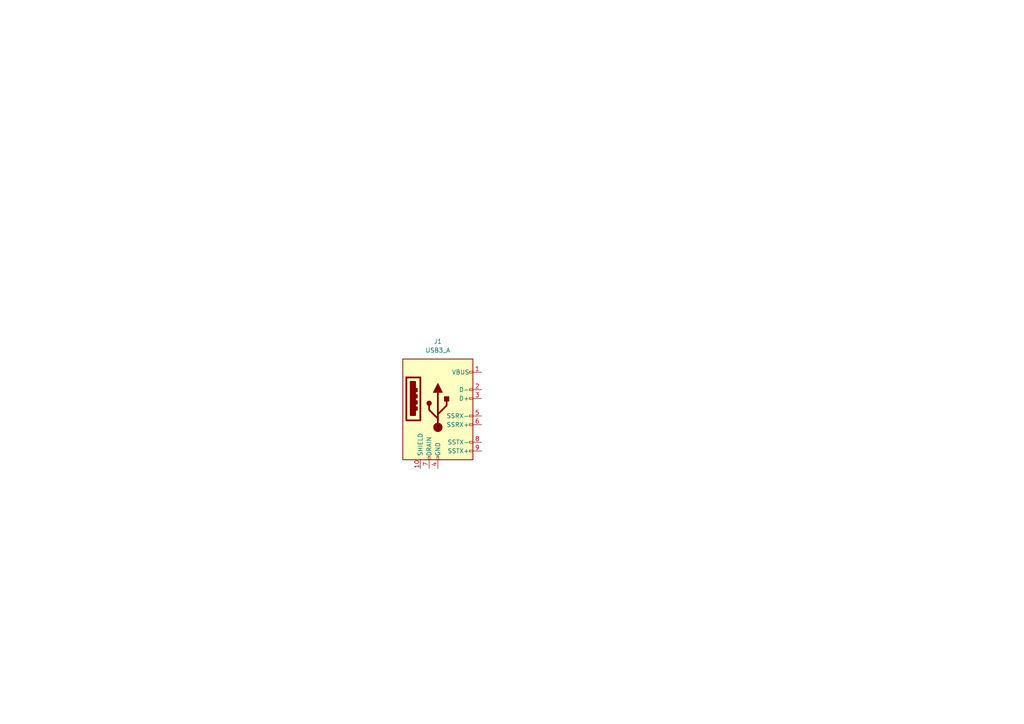
<source format=kicad_sch>
(kicad_sch (version 20250114) (generator "eeschema") (generator_version "9.0")
  (paper "A4")
  (lib_symbols
    (symbol "Connector:USB3_A" (pin_names (offset 1.016))
      (property "Reference" "J" (at -10.16 15.24 0))
      (property "Value" "USB3_A" (at 10.16 15.24 0))
      (symbol "USB3_A_0_0"
        (rectangle (start -9.144 8.636) (end -5.08 -3.81) (stroke (width 0.508)))
        (rectangle (start -7.874 7.366) (end -6.604 -2.286) (stroke (width 0.508)) (fill (type outline)))
        (rectangle (start -6.35 5.334) (end -6.096 4.572) (stroke (width 0.508)))
        (rectangle (start -6.35 3.556) (end -6.096 2.794) (stroke (width 0.508)))
        (rectangle (start -6.35 1.778) (end -6.096 1.016) (stroke (width 0.508)))
        (rectangle (start -6.35 0) (end -6.096 -0.762) (stroke (width 0.508)))
        (rectangle (start -2.794 -15.24) (end -2.286 -14.224))
        (rectangle (start -0.254 -15.24) (end 0.254 -14.224))
        (rectangle (start 10.16 10.414) (end 9.144 9.906))
        (rectangle (start 10.16 5.334) (end 9.144 4.826))
        (rectangle (start 10.16 2.794) (end 9.144 2.286))
        (rectangle (start 10.16 -2.286) (end 9.144 -2.794))
        (rectangle (start 10.16 -4.826) (end 9.144 -5.334))
        (rectangle (start 10.16 -9.906) (end 9.144 -10.414))
        (rectangle (start 10.16 -12.446) (end 9.144 -12.954))
      )
      (symbol "USB3_A_0_1"
        (rectangle (start -10.16 13.97) (end 10.16 -15.24) (stroke (width 0.254)) (fill (type background)))
      )
      (symbol "USB3_A_1_1"
        (circle (center -2.54 1.143) (radius 0.635) (stroke (width 0.254)) (fill (type outline)))
        (polyline (pts (xy -1.27 4.318) (xy 0 6.858) (xy 1.27 4.318) (xy -1.27 4.318)) (stroke (width 0.254)) (fill (type outline)))
        (polyline (pts (xy 0 -2.032) (xy 2.54 0.508) (xy 2.54 1.778)) (stroke (width 0.508)))
        (polyline (pts (xy 0 -3.302) (xy -2.54 -0.762) (xy -2.54 0.508)) (stroke (width 0.508)))
        (polyline (pts (xy 0 -5.842) (xy 0 4.318)) (stroke (width 0.508)))
        (circle (center 0 -5.842) (radius 1.27) (fill (type outline)))
        (rectangle (start 1.905 1.778) (end 3.175 3.048) (stroke (width 0.254)) (fill (type outline)))
        (pin passive line (at -5.08 -17.78 90) (length 2.54) (name "SHIELD") (number "10"))
        (pin passive line (at -2.54 -17.78 90) (length 2.54) (name "DRAIN") (number "7"))
        (pin power_in line (at 0 -17.78 90) (length 2.54) (name "GND") (number "4"))
        (pin power_in line (at 12.7 10.16 180) (length 2.54) (name "VBUS") (number "1"))
        (pin bidirectional line (at 12.7 5.08 180) (length 2.54) (name "D-") (number "2"))
        (pin bidirectional line (at 12.7 2.54 180) (length 2.54) (name "D+") (number "3"))
        (pin output line (at 12.7 -2.54 180) (length 2.54) (name "SSRX-") (number "5"))
        (pin output line (at 12.7 -5.08 180) (length 2.54) (name "SSRX+") (number "6"))
        (pin input line (at 12.7 -10.16 180) (length 2.54) (name "SSTX-") (number "8"))
        (pin input line (at 12.7 -12.7 180) (length 2.54) (name "SSTX+") (number "9"))
      )
    )
  )
  (symbol (lib_id "Connector:USB3_A") (at 127 118.11 0) (unit 1)
    (property "Reference" "J1" (at 127 99.06 0))
    (property "Value" "USB3_A" (at 127 101.6 0))
    (property "Description" "USB 3.0 A connector - INPUT" (effects (hide yes)))
  )
)
</source>
